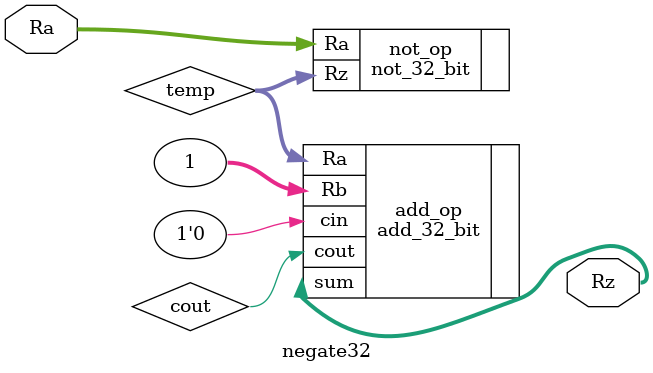
<source format=v>
`timescale 1ns / 1ps

module negate32(
	input wire [31:0] Ra,
	output wire [31:0] Rz
	);
	
	wire [31:0] temp; 
	wire cout;
	not_32_bit not_op(.Ra(Ra),.Rz(temp));
	add_32_bit add_op(.Ra(temp), .Rb(32'd1), .cin(1'd0),.sum(Rz), .cout(cout));
	
endmodule
</source>
